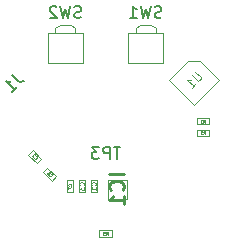
<source format=gbr>
%TF.GenerationSoftware,KiCad,Pcbnew,8.0.9-8.0.9-0~ubuntu20.04.1*%
%TF.CreationDate,2025-12-29T17:13:46+00:00*%
%TF.ProjectId,nfc-pcb-tag,6e66632d-7063-4622-9d74-61672e6b6963,rev?*%
%TF.SameCoordinates,Original*%
%TF.FileFunction,AssemblyDrawing,Bot*%
%FSLAX46Y46*%
G04 Gerber Fmt 4.6, Leading zero omitted, Abs format (unit mm)*
G04 Created by KiCad (PCBNEW 8.0.9-8.0.9-0~ubuntu20.04.1) date 2025-12-29 17:13:46*
%MOMM*%
%LPD*%
G01*
G04 APERTURE LIST*
%ADD10C,0.040000*%
%ADD11C,0.254000*%
%ADD12C,0.150000*%
%ADD13C,0.110000*%
%ADD14C,0.060000*%
%ADD15C,0.100000*%
G04 APERTURE END LIST*
D10*
X80793332Y-38618200D02*
X80879999Y-38494391D01*
X80941904Y-38618200D02*
X80941904Y-38358200D01*
X80941904Y-38358200D02*
X80842856Y-38358200D01*
X80842856Y-38358200D02*
X80818094Y-38370581D01*
X80818094Y-38370581D02*
X80805713Y-38382962D01*
X80805713Y-38382962D02*
X80793332Y-38407724D01*
X80793332Y-38407724D02*
X80793332Y-38444867D01*
X80793332Y-38444867D02*
X80805713Y-38469629D01*
X80805713Y-38469629D02*
X80818094Y-38482010D01*
X80818094Y-38482010D02*
X80842856Y-38494391D01*
X80842856Y-38494391D02*
X80941904Y-38494391D01*
X80694285Y-38382962D02*
X80681904Y-38370581D01*
X80681904Y-38370581D02*
X80657142Y-38358200D01*
X80657142Y-38358200D02*
X80595237Y-38358200D01*
X80595237Y-38358200D02*
X80570475Y-38370581D01*
X80570475Y-38370581D02*
X80558094Y-38382962D01*
X80558094Y-38382962D02*
X80545713Y-38407724D01*
X80545713Y-38407724D02*
X80545713Y-38432486D01*
X80545713Y-38432486D02*
X80558094Y-38469629D01*
X80558094Y-38469629D02*
X80706666Y-38618200D01*
X80706666Y-38618200D02*
X80545713Y-38618200D01*
D11*
X74074318Y-42010237D02*
X72804318Y-42010237D01*
X73953365Y-43340714D02*
X74013842Y-43280238D01*
X74013842Y-43280238D02*
X74074318Y-43098809D01*
X74074318Y-43098809D02*
X74074318Y-42977857D01*
X74074318Y-42977857D02*
X74013842Y-42796428D01*
X74013842Y-42796428D02*
X73892889Y-42675476D01*
X73892889Y-42675476D02*
X73771937Y-42614999D01*
X73771937Y-42614999D02*
X73530032Y-42554523D01*
X73530032Y-42554523D02*
X73348603Y-42554523D01*
X73348603Y-42554523D02*
X73106699Y-42614999D01*
X73106699Y-42614999D02*
X72985746Y-42675476D01*
X72985746Y-42675476D02*
X72864794Y-42796428D01*
X72864794Y-42796428D02*
X72804318Y-42977857D01*
X72804318Y-42977857D02*
X72804318Y-43098809D01*
X72804318Y-43098809D02*
X72864794Y-43280238D01*
X72864794Y-43280238D02*
X72925270Y-43340714D01*
X74074318Y-44550238D02*
X74074318Y-43824523D01*
X74074318Y-44187380D02*
X72804318Y-44187380D01*
X72804318Y-44187380D02*
X72985746Y-44066428D01*
X72985746Y-44066428D02*
X73106699Y-43945476D01*
X73106699Y-43945476D02*
X73167175Y-43824523D01*
D10*
X80793332Y-37618200D02*
X80879999Y-37494391D01*
X80941904Y-37618200D02*
X80941904Y-37358200D01*
X80941904Y-37358200D02*
X80842856Y-37358200D01*
X80842856Y-37358200D02*
X80818094Y-37370581D01*
X80818094Y-37370581D02*
X80805713Y-37382962D01*
X80805713Y-37382962D02*
X80793332Y-37407724D01*
X80793332Y-37407724D02*
X80793332Y-37444867D01*
X80793332Y-37444867D02*
X80805713Y-37469629D01*
X80805713Y-37469629D02*
X80818094Y-37482010D01*
X80818094Y-37482010D02*
X80842856Y-37494391D01*
X80842856Y-37494391D02*
X80941904Y-37494391D01*
X80545713Y-37618200D02*
X80694285Y-37618200D01*
X80619999Y-37618200D02*
X80619999Y-37358200D01*
X80619999Y-37358200D02*
X80644761Y-37395343D01*
X80644761Y-37395343D02*
X80669523Y-37420105D01*
X80669523Y-37420105D02*
X80694285Y-37432486D01*
D12*
X64600201Y-33628796D02*
X65105277Y-34133872D01*
X65105277Y-34133872D02*
X65239964Y-34201216D01*
X65239964Y-34201216D02*
X65374651Y-34201216D01*
X65374651Y-34201216D02*
X65509338Y-34133872D01*
X65509338Y-34133872D02*
X65576682Y-34066529D01*
X64600201Y-35043010D02*
X65004262Y-34638949D01*
X64802231Y-34840979D02*
X64095124Y-34133872D01*
X64095124Y-34133872D02*
X64263483Y-34167544D01*
X64263483Y-34167544D02*
X64398170Y-34167544D01*
X64398170Y-34167544D02*
X64499185Y-34133872D01*
X70433332Y-28707200D02*
X70290475Y-28754819D01*
X70290475Y-28754819D02*
X70052380Y-28754819D01*
X70052380Y-28754819D02*
X69957142Y-28707200D01*
X69957142Y-28707200D02*
X69909523Y-28659580D01*
X69909523Y-28659580D02*
X69861904Y-28564342D01*
X69861904Y-28564342D02*
X69861904Y-28469104D01*
X69861904Y-28469104D02*
X69909523Y-28373866D01*
X69909523Y-28373866D02*
X69957142Y-28326247D01*
X69957142Y-28326247D02*
X70052380Y-28278628D01*
X70052380Y-28278628D02*
X70242856Y-28231009D01*
X70242856Y-28231009D02*
X70338094Y-28183390D01*
X70338094Y-28183390D02*
X70385713Y-28135771D01*
X70385713Y-28135771D02*
X70433332Y-28040533D01*
X70433332Y-28040533D02*
X70433332Y-27945295D01*
X70433332Y-27945295D02*
X70385713Y-27850057D01*
X70385713Y-27850057D02*
X70338094Y-27802438D01*
X70338094Y-27802438D02*
X70242856Y-27754819D01*
X70242856Y-27754819D02*
X70004761Y-27754819D01*
X70004761Y-27754819D02*
X69861904Y-27802438D01*
X69528570Y-27754819D02*
X69290475Y-28754819D01*
X69290475Y-28754819D02*
X69099999Y-28040533D01*
X69099999Y-28040533D02*
X68909523Y-28754819D01*
X68909523Y-28754819D02*
X68671428Y-27754819D01*
X68338094Y-27850057D02*
X68290475Y-27802438D01*
X68290475Y-27802438D02*
X68195237Y-27754819D01*
X68195237Y-27754819D02*
X67957142Y-27754819D01*
X67957142Y-27754819D02*
X67861904Y-27802438D01*
X67861904Y-27802438D02*
X67814285Y-27850057D01*
X67814285Y-27850057D02*
X67766666Y-27945295D01*
X67766666Y-27945295D02*
X67766666Y-28040533D01*
X67766666Y-28040533D02*
X67814285Y-28183390D01*
X67814285Y-28183390D02*
X68385713Y-28754819D01*
X68385713Y-28754819D02*
X67766666Y-28754819D01*
D13*
X80115027Y-33306905D02*
X80544341Y-33736219D01*
X80544341Y-33736219D02*
X80569595Y-33811981D01*
X80569595Y-33811981D02*
X80569595Y-33862488D01*
X80569595Y-33862488D02*
X80544341Y-33938250D01*
X80544341Y-33938250D02*
X80443326Y-34039265D01*
X80443326Y-34039265D02*
X80367565Y-34064519D01*
X80367565Y-34064519D02*
X80317057Y-34064519D01*
X80317057Y-34064519D02*
X80241296Y-34039265D01*
X80241296Y-34039265D02*
X79811981Y-33609950D01*
X79811981Y-34670610D02*
X80115027Y-34367565D01*
X79963504Y-34519087D02*
X79433174Y-33988757D01*
X79433174Y-33988757D02*
X79559443Y-34014011D01*
X79559443Y-34014011D02*
X79660458Y-34014011D01*
X79660458Y-34014011D02*
X79736220Y-33988757D01*
D10*
X66465988Y-40592935D02*
X66465988Y-40609771D01*
X66465988Y-40609771D02*
X66482824Y-40643443D01*
X66482824Y-40643443D02*
X66499660Y-40660279D01*
X66499660Y-40660279D02*
X66533332Y-40677115D01*
X66533332Y-40677115D02*
X66567003Y-40677115D01*
X66567003Y-40677115D02*
X66592257Y-40668697D01*
X66592257Y-40668697D02*
X66634347Y-40643443D01*
X66634347Y-40643443D02*
X66659601Y-40618189D01*
X66659601Y-40618189D02*
X66684855Y-40576100D01*
X66684855Y-40576100D02*
X66693273Y-40550846D01*
X66693273Y-40550846D02*
X66693273Y-40517174D01*
X66693273Y-40517174D02*
X66676437Y-40483502D01*
X66676437Y-40483502D02*
X66659601Y-40466666D01*
X66659601Y-40466666D02*
X66625929Y-40449831D01*
X66625929Y-40449831D02*
X66609093Y-40449831D01*
X66541750Y-40382487D02*
X66541750Y-40365651D01*
X66541750Y-40365651D02*
X66533332Y-40340397D01*
X66533332Y-40340397D02*
X66491242Y-40298308D01*
X66491242Y-40298308D02*
X66465988Y-40289890D01*
X66465988Y-40289890D02*
X66449152Y-40289890D01*
X66449152Y-40289890D02*
X66423899Y-40298308D01*
X66423899Y-40298308D02*
X66407063Y-40315144D01*
X66407063Y-40315144D02*
X66390227Y-40348815D01*
X66390227Y-40348815D02*
X66390227Y-40550846D01*
X66390227Y-40550846D02*
X66280794Y-40441413D01*
X67715988Y-42092935D02*
X67715988Y-42109771D01*
X67715988Y-42109771D02*
X67732824Y-42143443D01*
X67732824Y-42143443D02*
X67749660Y-42160279D01*
X67749660Y-42160279D02*
X67783332Y-42177115D01*
X67783332Y-42177115D02*
X67817003Y-42177115D01*
X67817003Y-42177115D02*
X67842257Y-42168697D01*
X67842257Y-42168697D02*
X67884347Y-42143443D01*
X67884347Y-42143443D02*
X67909601Y-42118189D01*
X67909601Y-42118189D02*
X67934855Y-42076100D01*
X67934855Y-42076100D02*
X67943273Y-42050846D01*
X67943273Y-42050846D02*
X67943273Y-42017174D01*
X67943273Y-42017174D02*
X67926437Y-41983502D01*
X67926437Y-41983502D02*
X67909601Y-41966666D01*
X67909601Y-41966666D02*
X67875929Y-41949831D01*
X67875929Y-41949831D02*
X67859093Y-41949831D01*
X67724406Y-41781472D02*
X67758078Y-41815144D01*
X67758078Y-41815144D02*
X67766496Y-41840397D01*
X67766496Y-41840397D02*
X67766496Y-41857233D01*
X67766496Y-41857233D02*
X67758078Y-41899323D01*
X67758078Y-41899323D02*
X67732824Y-41941413D01*
X67732824Y-41941413D02*
X67665481Y-42008756D01*
X67665481Y-42008756D02*
X67640227Y-42017174D01*
X67640227Y-42017174D02*
X67623391Y-42017174D01*
X67623391Y-42017174D02*
X67598137Y-42008756D01*
X67598137Y-42008756D02*
X67564465Y-41975084D01*
X67564465Y-41975084D02*
X67556047Y-41949831D01*
X67556047Y-41949831D02*
X67556047Y-41932995D01*
X67556047Y-41932995D02*
X67564465Y-41907741D01*
X67564465Y-41907741D02*
X67606555Y-41865651D01*
X67606555Y-41865651D02*
X67631809Y-41857233D01*
X67631809Y-41857233D02*
X67648645Y-41857233D01*
X67648645Y-41857233D02*
X67673899Y-41865651D01*
X67673899Y-41865651D02*
X67707570Y-41899323D01*
X67707570Y-41899323D02*
X67715988Y-41924577D01*
X67715988Y-41924577D02*
X67715988Y-41941413D01*
X67715988Y-41941413D02*
X67707570Y-41966666D01*
D12*
X77233332Y-28707200D02*
X77090475Y-28754819D01*
X77090475Y-28754819D02*
X76852380Y-28754819D01*
X76852380Y-28754819D02*
X76757142Y-28707200D01*
X76757142Y-28707200D02*
X76709523Y-28659580D01*
X76709523Y-28659580D02*
X76661904Y-28564342D01*
X76661904Y-28564342D02*
X76661904Y-28469104D01*
X76661904Y-28469104D02*
X76709523Y-28373866D01*
X76709523Y-28373866D02*
X76757142Y-28326247D01*
X76757142Y-28326247D02*
X76852380Y-28278628D01*
X76852380Y-28278628D02*
X77042856Y-28231009D01*
X77042856Y-28231009D02*
X77138094Y-28183390D01*
X77138094Y-28183390D02*
X77185713Y-28135771D01*
X77185713Y-28135771D02*
X77233332Y-28040533D01*
X77233332Y-28040533D02*
X77233332Y-27945295D01*
X77233332Y-27945295D02*
X77185713Y-27850057D01*
X77185713Y-27850057D02*
X77138094Y-27802438D01*
X77138094Y-27802438D02*
X77042856Y-27754819D01*
X77042856Y-27754819D02*
X76804761Y-27754819D01*
X76804761Y-27754819D02*
X76661904Y-27802438D01*
X76328570Y-27754819D02*
X76090475Y-28754819D01*
X76090475Y-28754819D02*
X75899999Y-28040533D01*
X75899999Y-28040533D02*
X75709523Y-28754819D01*
X75709523Y-28754819D02*
X75471428Y-27754819D01*
X74566666Y-28754819D02*
X75138094Y-28754819D01*
X74852380Y-28754819D02*
X74852380Y-27754819D01*
X74852380Y-27754819D02*
X74947618Y-27897676D01*
X74947618Y-27897676D02*
X75042856Y-27992914D01*
X75042856Y-27992914D02*
X75138094Y-28040533D01*
D10*
X72543332Y-47118200D02*
X72629999Y-46994391D01*
X72691904Y-47118200D02*
X72691904Y-46858200D01*
X72691904Y-46858200D02*
X72592856Y-46858200D01*
X72592856Y-46858200D02*
X72568094Y-46870581D01*
X72568094Y-46870581D02*
X72555713Y-46882962D01*
X72555713Y-46882962D02*
X72543332Y-46907724D01*
X72543332Y-46907724D02*
X72543332Y-46944867D01*
X72543332Y-46944867D02*
X72555713Y-46969629D01*
X72555713Y-46969629D02*
X72568094Y-46982010D01*
X72568094Y-46982010D02*
X72592856Y-46994391D01*
X72592856Y-46994391D02*
X72691904Y-46994391D01*
X72308094Y-46858200D02*
X72431904Y-46858200D01*
X72431904Y-46858200D02*
X72444285Y-46982010D01*
X72444285Y-46982010D02*
X72431904Y-46969629D01*
X72431904Y-46969629D02*
X72407142Y-46957248D01*
X72407142Y-46957248D02*
X72345237Y-46957248D01*
X72345237Y-46957248D02*
X72320475Y-46969629D01*
X72320475Y-46969629D02*
X72308094Y-46982010D01*
X72308094Y-46982010D02*
X72295713Y-47006772D01*
X72295713Y-47006772D02*
X72295713Y-47068677D01*
X72295713Y-47068677D02*
X72308094Y-47093439D01*
X72308094Y-47093439D02*
X72320475Y-47105820D01*
X72320475Y-47105820D02*
X72345237Y-47118200D01*
X72345237Y-47118200D02*
X72407142Y-47118200D01*
X72407142Y-47118200D02*
X72431904Y-47105820D01*
X72431904Y-47105820D02*
X72444285Y-47093439D01*
D14*
X70643832Y-42933333D02*
X70662880Y-42914285D01*
X70662880Y-42914285D02*
X70681927Y-42857143D01*
X70681927Y-42857143D02*
X70681927Y-42819047D01*
X70681927Y-42819047D02*
X70662880Y-42761904D01*
X70662880Y-42761904D02*
X70624784Y-42723809D01*
X70624784Y-42723809D02*
X70586689Y-42704762D01*
X70586689Y-42704762D02*
X70510499Y-42685714D01*
X70510499Y-42685714D02*
X70453356Y-42685714D01*
X70453356Y-42685714D02*
X70377165Y-42704762D01*
X70377165Y-42704762D02*
X70339070Y-42723809D01*
X70339070Y-42723809D02*
X70300975Y-42761904D01*
X70300975Y-42761904D02*
X70281927Y-42819047D01*
X70281927Y-42819047D02*
X70281927Y-42857143D01*
X70281927Y-42857143D02*
X70300975Y-42914285D01*
X70300975Y-42914285D02*
X70320022Y-42933333D01*
X70281927Y-43066666D02*
X70281927Y-43314285D01*
X70281927Y-43314285D02*
X70434308Y-43180952D01*
X70434308Y-43180952D02*
X70434308Y-43238095D01*
X70434308Y-43238095D02*
X70453356Y-43276190D01*
X70453356Y-43276190D02*
X70472403Y-43295238D01*
X70472403Y-43295238D02*
X70510499Y-43314285D01*
X70510499Y-43314285D02*
X70605737Y-43314285D01*
X70605737Y-43314285D02*
X70643832Y-43295238D01*
X70643832Y-43295238D02*
X70662880Y-43276190D01*
X70662880Y-43276190D02*
X70681927Y-43238095D01*
X70681927Y-43238095D02*
X70681927Y-43123809D01*
X70681927Y-43123809D02*
X70662880Y-43085714D01*
X70662880Y-43085714D02*
X70643832Y-43066666D01*
X71643832Y-42933333D02*
X71662880Y-42914285D01*
X71662880Y-42914285D02*
X71681927Y-42857143D01*
X71681927Y-42857143D02*
X71681927Y-42819047D01*
X71681927Y-42819047D02*
X71662880Y-42761904D01*
X71662880Y-42761904D02*
X71624784Y-42723809D01*
X71624784Y-42723809D02*
X71586689Y-42704762D01*
X71586689Y-42704762D02*
X71510499Y-42685714D01*
X71510499Y-42685714D02*
X71453356Y-42685714D01*
X71453356Y-42685714D02*
X71377165Y-42704762D01*
X71377165Y-42704762D02*
X71339070Y-42723809D01*
X71339070Y-42723809D02*
X71300975Y-42761904D01*
X71300975Y-42761904D02*
X71281927Y-42819047D01*
X71281927Y-42819047D02*
X71281927Y-42857143D01*
X71281927Y-42857143D02*
X71300975Y-42914285D01*
X71300975Y-42914285D02*
X71320022Y-42933333D01*
X71681927Y-43314285D02*
X71681927Y-43085714D01*
X71681927Y-43200000D02*
X71281927Y-43200000D01*
X71281927Y-43200000D02*
X71339070Y-43161904D01*
X71339070Y-43161904D02*
X71377165Y-43123809D01*
X71377165Y-43123809D02*
X71396213Y-43085714D01*
D10*
X69589765Y-42958333D02*
X69601670Y-42946429D01*
X69601670Y-42946429D02*
X69613574Y-42910714D01*
X69613574Y-42910714D02*
X69613574Y-42886905D01*
X69613574Y-42886905D02*
X69601670Y-42851191D01*
X69601670Y-42851191D02*
X69577860Y-42827381D01*
X69577860Y-42827381D02*
X69554050Y-42815476D01*
X69554050Y-42815476D02*
X69506431Y-42803572D01*
X69506431Y-42803572D02*
X69470717Y-42803572D01*
X69470717Y-42803572D02*
X69423098Y-42815476D01*
X69423098Y-42815476D02*
X69399289Y-42827381D01*
X69399289Y-42827381D02*
X69375479Y-42851191D01*
X69375479Y-42851191D02*
X69363574Y-42886905D01*
X69363574Y-42886905D02*
X69363574Y-42910714D01*
X69363574Y-42910714D02*
X69375479Y-42946429D01*
X69375479Y-42946429D02*
X69387384Y-42958333D01*
X69363574Y-43041667D02*
X69363574Y-43208333D01*
X69363574Y-43208333D02*
X69613574Y-43101191D01*
D12*
X73761904Y-39704819D02*
X73190476Y-39704819D01*
X73476190Y-40704819D02*
X73476190Y-39704819D01*
X72857142Y-40704819D02*
X72857142Y-39704819D01*
X72857142Y-39704819D02*
X72476190Y-39704819D01*
X72476190Y-39704819D02*
X72380952Y-39752438D01*
X72380952Y-39752438D02*
X72333333Y-39800057D01*
X72333333Y-39800057D02*
X72285714Y-39895295D01*
X72285714Y-39895295D02*
X72285714Y-40038152D01*
X72285714Y-40038152D02*
X72333333Y-40133390D01*
X72333333Y-40133390D02*
X72380952Y-40181009D01*
X72380952Y-40181009D02*
X72476190Y-40228628D01*
X72476190Y-40228628D02*
X72857142Y-40228628D01*
X71952380Y-39704819D02*
X71333333Y-39704819D01*
X71333333Y-39704819D02*
X71666666Y-40085771D01*
X71666666Y-40085771D02*
X71523809Y-40085771D01*
X71523809Y-40085771D02*
X71428571Y-40133390D01*
X71428571Y-40133390D02*
X71380952Y-40181009D01*
X71380952Y-40181009D02*
X71333333Y-40276247D01*
X71333333Y-40276247D02*
X71333333Y-40514342D01*
X71333333Y-40514342D02*
X71380952Y-40609580D01*
X71380952Y-40609580D02*
X71428571Y-40657200D01*
X71428571Y-40657200D02*
X71523809Y-40704819D01*
X71523809Y-40704819D02*
X71809523Y-40704819D01*
X71809523Y-40704819D02*
X71904761Y-40657200D01*
X71904761Y-40657200D02*
X71952380Y-40609580D01*
D15*
%TO.C,R2*%
X80225000Y-38230000D02*
X81275000Y-38230000D01*
X80225000Y-38770000D02*
X80225000Y-38230000D01*
X81275000Y-38230000D02*
X81275000Y-38770000D01*
X81275000Y-38770000D02*
X80225000Y-38770000D01*
%TO.C,IC1*%
X72700000Y-42450000D02*
X74300000Y-42450000D01*
X72700000Y-42950000D02*
X73200000Y-42450000D01*
X72700000Y-44050000D02*
X72700000Y-42450000D01*
X74300000Y-42450000D02*
X74300000Y-44050000D01*
X74300000Y-44050000D02*
X72700000Y-44050000D01*
%TO.C,R1*%
X80225000Y-37230000D02*
X81275000Y-37230000D01*
X80225000Y-37770000D02*
X80225000Y-37230000D01*
X81275000Y-37230000D02*
X81275000Y-37770000D01*
X81275000Y-37770000D02*
X80225000Y-37770000D01*
%TO.C,SW2*%
X67600000Y-30050000D02*
X70600000Y-30050000D01*
X67600000Y-32550000D02*
X67600000Y-30050000D01*
X68250000Y-29650000D02*
X68650000Y-29350000D01*
X68250000Y-30050000D02*
X68250000Y-29650000D01*
X68650000Y-29350000D02*
X69550000Y-29350000D01*
X69550000Y-29350000D02*
X69950000Y-29650000D01*
X69950000Y-29650000D02*
X69950000Y-30050000D01*
X70600000Y-30050000D02*
X70600000Y-32550000D01*
X70600000Y-32550000D02*
X67600000Y-32550000D01*
%TO.C,U1*%
X77878680Y-34000000D02*
X79469670Y-32409010D01*
X79469670Y-32409010D02*
X80530330Y-32409010D01*
X80000000Y-36121320D02*
X77878680Y-34000000D01*
X80530330Y-32409010D02*
X82121320Y-34000000D01*
X82121320Y-34000000D02*
X80000000Y-36121320D01*
%TO.C,C2*%
X65969670Y-40323223D02*
X66323223Y-39969670D01*
X66323223Y-39969670D02*
X67030330Y-40676777D01*
X66676777Y-41030330D02*
X65969670Y-40323223D01*
X67030330Y-40676777D02*
X66676777Y-41030330D01*
%TO.C,C6*%
X67219670Y-41823223D02*
X67573223Y-41469670D01*
X67573223Y-41469670D02*
X68280330Y-42176777D01*
X67926777Y-42530330D02*
X67219670Y-41823223D01*
X68280330Y-42176777D02*
X67926777Y-42530330D01*
%TO.C,SW1*%
X74400000Y-30050000D02*
X77400000Y-30050000D01*
X74400000Y-32550000D02*
X74400000Y-30050000D01*
X75050000Y-29650000D02*
X75450000Y-29350000D01*
X75050000Y-30050000D02*
X75050000Y-29650000D01*
X75450000Y-29350000D02*
X76350000Y-29350000D01*
X76350000Y-29350000D02*
X76750000Y-29650000D01*
X76750000Y-29650000D02*
X76750000Y-30050000D01*
X77400000Y-30050000D02*
X77400000Y-32550000D01*
X77400000Y-32550000D02*
X74400000Y-32550000D01*
%TO.C,R5*%
X71975000Y-46730000D02*
X73025000Y-46730000D01*
X71975000Y-47270000D02*
X71975000Y-46730000D01*
X73025000Y-46730000D02*
X73025000Y-47270000D01*
X73025000Y-47270000D02*
X71975000Y-47270000D01*
%TO.C,C3*%
X70250000Y-42500000D02*
X70750000Y-42500000D01*
X70250000Y-43500000D02*
X70250000Y-42500000D01*
X70750000Y-42500000D02*
X70750000Y-43500000D01*
X70750000Y-43500000D02*
X70250000Y-43500000D01*
%TO.C,C1*%
X71250000Y-42500000D02*
X71750000Y-42500000D01*
X71250000Y-43500000D02*
X71250000Y-42500000D01*
X71750000Y-42500000D02*
X71750000Y-43500000D01*
X71750000Y-43500000D02*
X71250000Y-43500000D01*
%TO.C,C7*%
X69250000Y-42500000D02*
X69750000Y-42500000D01*
X69250000Y-43500000D02*
X69250000Y-42500000D01*
X69750000Y-42500000D02*
X69750000Y-43500000D01*
X69750000Y-43500000D02*
X69250000Y-43500000D01*
%TD*%
M02*

</source>
